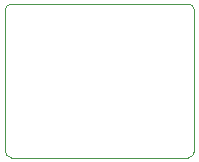
<source format=gbr>
%TF.GenerationSoftware,KiCad,Pcbnew,7.0.6-7.0.6~ubuntu22.04.1*%
%TF.CreationDate,2023-08-04T21:53:36+03:00*%
%TF.ProjectId,pedal_assist_sensor,70656461-6c5f-4617-9373-6973745f7365,rev?*%
%TF.SameCoordinates,PX3d09000PY6052340*%
%TF.FileFunction,Profile,NP*%
%FSLAX46Y46*%
G04 Gerber Fmt 4.6, Leading zero omitted, Abs format (unit mm)*
G04 Created by KiCad (PCBNEW 7.0.6-7.0.6~ubuntu22.04.1) date 2023-08-04 21:53:36*
%MOMM*%
%LPD*%
G01*
G04 APERTURE LIST*
%TA.AperFunction,Profile*%
%ADD10C,0.100000*%
%TD*%
G04 APERTURE END LIST*
D10*
X500000Y0D02*
X15500000Y0D01*
X0Y-12500000D02*
G75*
G03*
X500000Y-13000000I500000J0D01*
G01*
X15500000Y-13000000D02*
X500000Y-13000000D01*
X0Y-12500000D02*
X0Y-500000D01*
X500000Y0D02*
G75*
G03*
X0Y-500000I0J-500000D01*
G01*
X15500000Y-13000000D02*
G75*
G03*
X16000000Y-12500000I0J500000D01*
G01*
X16000000Y-500000D02*
G75*
G03*
X15500000Y0I-500000J0D01*
G01*
X16000000Y-500000D02*
X16000000Y-12500000D01*
M02*

</source>
